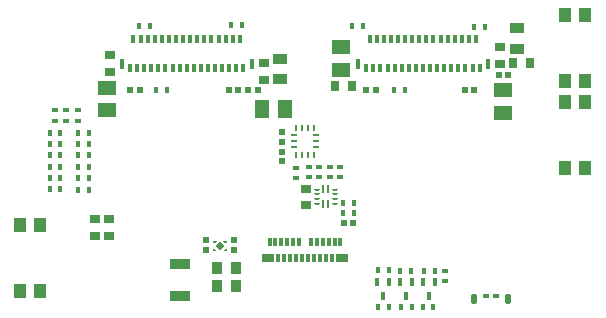
<source format=gtp>
G04*
G04 #@! TF.GenerationSoftware,Altium Limited,Altium Designer,22.11.1 (43)*
G04*
G04 Layer_Color=8421504*
%FSLAX44Y44*%
%MOMM*%
G71*
G04*
G04 #@! TF.SameCoordinates,EA2F1550-8411-4DB4-965C-DA60C2665ED4*
G04*
G04*
G04 #@! TF.FilePolarity,Positive*
G04*
G01*
G75*
%ADD17R,1.0000X1.2000*%
%ADD18R,0.5500X0.4500*%
%ADD19R,0.4500X0.5500*%
G04:AMPARAMS|DCode=20|XSize=0.55mm|YSize=0.78mm|CornerRadius=0.1375mm|HoleSize=0mm|Usage=FLASHONLY|Rotation=180.000|XOffset=0mm|YOffset=0mm|HoleType=Round|Shape=RoundedRectangle|*
%AMROUNDEDRECTD20*
21,1,0.5500,0.5050,0,0,180.0*
21,1,0.2750,0.7800,0,0,180.0*
1,1,0.2750,-0.1375,0.2525*
1,1,0.2750,0.1375,0.2525*
1,1,0.2750,0.1375,-0.2525*
1,1,0.2750,-0.1375,-0.2525*
%
%ADD20ROUNDEDRECTD20*%
%ADD21R,0.3000X0.7100*%
%ADD22R,0.1500X0.1500*%
%ADD23P,0.6788X4X270.0*%
%ADD24R,0.1500X0.1500*%
%ADD25R,0.9000X0.7000*%
G04:AMPARAMS|DCode=26|XSize=0.55mm|YSize=0.34mm|CornerRadius=0.085mm|HoleSize=0mm|Usage=FLASHONLY|Rotation=180.000|XOffset=0mm|YOffset=0mm|HoleType=Round|Shape=RoundedRectangle|*
%AMROUNDEDRECTD26*
21,1,0.5500,0.1700,0,0,180.0*
21,1,0.3800,0.3400,0,0,180.0*
1,1,0.1700,-0.1900,0.0850*
1,1,0.1700,0.1900,0.0850*
1,1,0.1700,0.1900,-0.0850*
1,1,0.1700,-0.1900,-0.0850*
%
%ADD26ROUNDEDRECTD26*%
%ADD27R,0.4000X0.9500*%
%ADD28R,0.3000X0.6500*%
%ADD29R,0.2500X0.4750*%
%ADD30R,0.4750X0.2500*%
%ADD31R,1.3000X1.5000*%
%ADD32R,1.0000X0.7000*%
%ADD33R,0.3000X0.7000*%
%ADD34R,1.3000X0.8500*%
G04:AMPARAMS|DCode=35|XSize=0.2mm|YSize=0.7mm|CornerRadius=0.05mm|HoleSize=0mm|Usage=FLASHONLY|Rotation=180.000|XOffset=0mm|YOffset=0mm|HoleType=Round|Shape=RoundedRectangle|*
%AMROUNDEDRECTD35*
21,1,0.2000,0.6000,0,0,180.0*
21,1,0.1000,0.7000,0,0,180.0*
1,1,0.1000,-0.0500,0.3000*
1,1,0.1000,0.0500,0.3000*
1,1,0.1000,0.0500,-0.3000*
1,1,0.1000,-0.0500,-0.3000*
%
%ADD35ROUNDEDRECTD35*%
G04:AMPARAMS|DCode=36|XSize=0.2mm|YSize=0.5mm|CornerRadius=0.05mm|HoleSize=0mm|Usage=FLASHONLY|Rotation=270.000|XOffset=0mm|YOffset=0mm|HoleType=Round|Shape=RoundedRectangle|*
%AMROUNDEDRECTD36*
21,1,0.2000,0.4000,0,0,270.0*
21,1,0.1000,0.5000,0,0,270.0*
1,1,0.1000,-0.2000,-0.0500*
1,1,0.1000,-0.2000,0.0500*
1,1,0.1000,0.2000,0.0500*
1,1,0.1000,0.2000,-0.0500*
%
%ADD36ROUNDEDRECTD36*%
%ADD37R,1.7000X0.9500*%
%ADD38R,0.9000X1.0000*%
%ADD39R,0.5200X0.5200*%
%ADD40R,0.5200X0.5200*%
%ADD41R,1.5000X1.3000*%
%ADD42R,0.7000X0.9000*%
G36*
X159000Y63500D02*
X157200D01*
X155400Y65300D01*
Y65600D01*
X159000D01*
Y63500D01*
D02*
G37*
G36*
X150400Y65300D02*
X148600Y63500D01*
X146800D01*
Y65600D01*
X150400D01*
Y65300D01*
D02*
G37*
G36*
X159000Y57000D02*
X155400D01*
Y57300D01*
X157200Y59100D01*
X159000D01*
Y57000D01*
D02*
G37*
G36*
X150400Y57300D02*
Y57000D01*
X146800D01*
Y59100D01*
X148600D01*
X150400Y57300D01*
D02*
G37*
D17*
X-16000Y79000D02*
D03*
X1000D02*
D03*
X-16000Y23000D02*
D03*
X1000D02*
D03*
X462500Y201250D02*
D03*
X445500D02*
D03*
X462500Y257250D02*
D03*
X445500D02*
D03*
X462500Y127000D02*
D03*
X445500D02*
D03*
X462500Y183000D02*
D03*
X445500D02*
D03*
D18*
X13500Y176500D02*
D03*
Y167500D02*
D03*
X23000Y176500D02*
D03*
Y167500D02*
D03*
X32500Y176500D02*
D03*
Y167500D02*
D03*
X343867Y31336D02*
D03*
Y40336D02*
D03*
X217000Y127500D02*
D03*
Y118500D02*
D03*
X255000Y128500D02*
D03*
Y119500D02*
D03*
X228500Y128500D02*
D03*
Y119500D02*
D03*
X246000Y128500D02*
D03*
Y119500D02*
D03*
X237000Y128500D02*
D03*
Y119500D02*
D03*
D19*
X305867Y40586D02*
D03*
X314867D02*
D03*
X325867D02*
D03*
X334867D02*
D03*
X286750Y40750D02*
D03*
X295750D02*
D03*
X18000Y138000D02*
D03*
X33000D02*
D03*
X18000Y147500D02*
D03*
X33000Y147500D02*
D03*
X18000Y128500D02*
D03*
X33000D02*
D03*
X257500Y98000D02*
D03*
X266500D02*
D03*
X257500Y89500D02*
D03*
X266500D02*
D03*
X162500Y248500D02*
D03*
X171500D02*
D03*
X84500Y248000D02*
D03*
X93500D02*
D03*
X108000Y193000D02*
D03*
X99000D02*
D03*
X368500Y246500D02*
D03*
X377500D02*
D03*
X265000Y247500D02*
D03*
X274000D02*
D03*
X309281Y193500D02*
D03*
X300281D02*
D03*
X42000Y109000D02*
D03*
X33000D02*
D03*
X42000Y119000D02*
D03*
X33000D02*
D03*
X42000Y128500D02*
D03*
Y138000D02*
D03*
Y147500D02*
D03*
Y157000D02*
D03*
X33000D02*
D03*
X18000Y109500D02*
D03*
X9000D02*
D03*
X18000Y119000D02*
D03*
X9000D02*
D03*
Y128500D02*
D03*
Y138000D02*
D03*
Y147500D02*
D03*
X18000Y157000D02*
D03*
X9000D02*
D03*
X315250Y9540D02*
D03*
X306250D02*
D03*
X333750D02*
D03*
X324750D02*
D03*
X295750D02*
D03*
X286750D02*
D03*
D20*
X368250Y16800D02*
D03*
X396750D02*
D03*
D21*
X315500Y31100D02*
D03*
X335000D02*
D03*
X296000D02*
D03*
X305500D02*
D03*
X310500Y18900D02*
D03*
X330000D02*
D03*
X325000Y31100D02*
D03*
X291000Y18900D02*
D03*
X286000Y31100D02*
D03*
D22*
X158000Y64600D02*
D03*
Y58000D02*
D03*
X147800Y64600D02*
D03*
D23*
X152900Y61300D02*
D03*
D24*
X147800Y58000D02*
D03*
D25*
X225500Y96000D02*
D03*
Y110000D02*
D03*
X190500Y216000D02*
D03*
Y202000D02*
D03*
X60000Y209000D02*
D03*
Y223000D02*
D03*
X59000Y84000D02*
D03*
Y70000D02*
D03*
X47000Y84000D02*
D03*
Y70000D02*
D03*
X390500Y215500D02*
D03*
Y229500D02*
D03*
D26*
X386750Y19000D02*
D03*
X378250D02*
D03*
D27*
X69878Y215842D02*
D03*
X179878D02*
D03*
X379878D02*
D03*
X269878D02*
D03*
D28*
X169803Y236842D02*
D03*
X163803D02*
D03*
X157803D02*
D03*
X151803D02*
D03*
X145803D02*
D03*
X139803D02*
D03*
X133803D02*
D03*
X127803D02*
D03*
X121803D02*
D03*
X115803D02*
D03*
X109803D02*
D03*
X103803D02*
D03*
X97803D02*
D03*
X91803D02*
D03*
X85803D02*
D03*
X172878Y212342D02*
D03*
X166878D02*
D03*
X160878D02*
D03*
X154878D02*
D03*
X148878D02*
D03*
X142878D02*
D03*
X136878D02*
D03*
X130878D02*
D03*
X124878D02*
D03*
X118878D02*
D03*
X112878D02*
D03*
X106878D02*
D03*
X100878D02*
D03*
X94878D02*
D03*
X88878D02*
D03*
X82878D02*
D03*
X79803Y236842D02*
D03*
X76878Y212342D02*
D03*
X276878D02*
D03*
X279803Y236842D02*
D03*
X282878Y212342D02*
D03*
X288878D02*
D03*
X294878D02*
D03*
X300878D02*
D03*
X306878D02*
D03*
X312878D02*
D03*
X318878D02*
D03*
X324878D02*
D03*
X330878D02*
D03*
X336878D02*
D03*
X342878D02*
D03*
X348878D02*
D03*
X354878D02*
D03*
X360878D02*
D03*
X366878D02*
D03*
X372878D02*
D03*
X285803Y236842D02*
D03*
X291803D02*
D03*
X297803D02*
D03*
X303803D02*
D03*
X309803D02*
D03*
X315803D02*
D03*
X321803D02*
D03*
X327803D02*
D03*
X333803D02*
D03*
X339803D02*
D03*
X345803D02*
D03*
X351803D02*
D03*
X357803D02*
D03*
X363803D02*
D03*
X369803D02*
D03*
D29*
X227500Y161625D02*
D03*
X222500D02*
D03*
X217500D02*
D03*
X232500D02*
D03*
X227500Y138375D02*
D03*
X222500D02*
D03*
X217500D02*
D03*
X232500D02*
D03*
D30*
X234125Y150000D02*
D03*
Y155000D02*
D03*
Y145000D02*
D03*
X215875Y150000D02*
D03*
Y155000D02*
D03*
Y145000D02*
D03*
D31*
X189000Y177500D02*
D03*
X208000D02*
D03*
D32*
X194000Y51500D02*
D03*
X256000D02*
D03*
D33*
X202500D02*
D03*
X207500D02*
D03*
X212500D02*
D03*
X217500D02*
D03*
X222500D02*
D03*
X227500D02*
D03*
X232500D02*
D03*
X237500D02*
D03*
X255000Y64500D02*
D03*
X250000D02*
D03*
X245000D02*
D03*
X240000D02*
D03*
X235000D02*
D03*
X230000D02*
D03*
X220000D02*
D03*
X215000D02*
D03*
X210000D02*
D03*
X205000D02*
D03*
X200000D02*
D03*
X195000D02*
D03*
X242500Y51500D02*
D03*
X247500D02*
D03*
D34*
X204000Y220000D02*
D03*
Y203000D02*
D03*
X404500Y228500D02*
D03*
Y245500D02*
D03*
D35*
X240500Y96501D02*
D03*
X244500D02*
D03*
Y109501D02*
D03*
X240500D02*
D03*
D36*
X249999Y97001D02*
D03*
Y101001D02*
D03*
Y105001D02*
D03*
Y109001D02*
D03*
X234999D02*
D03*
Y105001D02*
D03*
Y101001D02*
D03*
Y97001D02*
D03*
D37*
X119500Y46000D02*
D03*
Y19000D02*
D03*
D38*
X166500Y27500D02*
D03*
X150500D02*
D03*
Y43000D02*
D03*
X166500D02*
D03*
D39*
X205300Y132900D02*
D03*
Y140900D02*
D03*
Y157500D02*
D03*
Y149500D02*
D03*
X141500Y58000D02*
D03*
Y66000D02*
D03*
X164500D02*
D03*
Y58000D02*
D03*
D40*
X266000Y81000D02*
D03*
X258000D02*
D03*
X177000Y193000D02*
D03*
X185000D02*
D03*
X85000Y193000D02*
D03*
X77000D02*
D03*
X168500Y193000D02*
D03*
X160500D02*
D03*
X397000Y206500D02*
D03*
X389000D02*
D03*
X284900Y193500D02*
D03*
X276900D02*
D03*
X368500D02*
D03*
X360500D02*
D03*
D41*
X57000Y195500D02*
D03*
Y176500D02*
D03*
X255500Y210500D02*
D03*
Y229500D02*
D03*
X392500Y193000D02*
D03*
Y174000D02*
D03*
D42*
X401500Y216500D02*
D03*
X415500D02*
D03*
X264500Y196500D02*
D03*
X250500D02*
D03*
M02*

</source>
